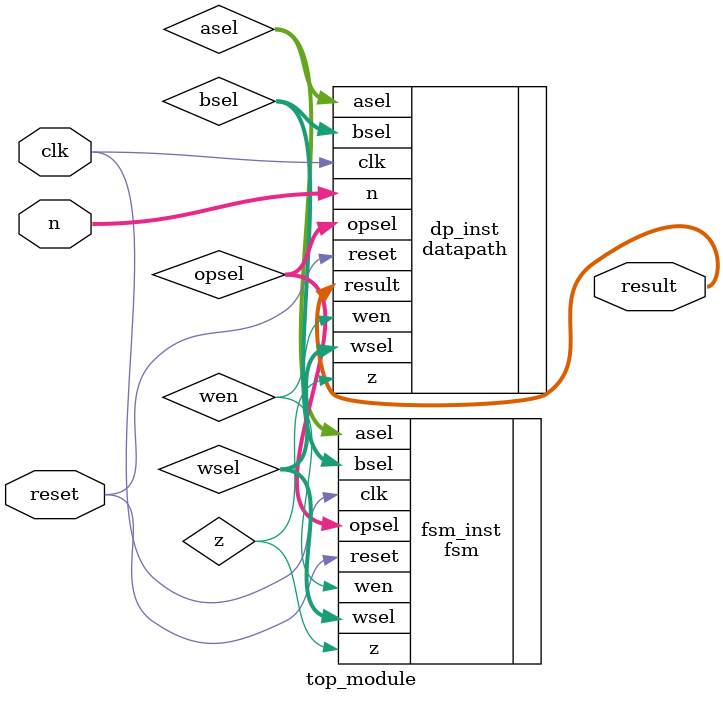
<source format=v>
`timescale 1ns / 1ps
module top_module(
    input clk,
    input [31:0] n,
    input reset,
    output[31:0] result
    );
wire[1:0] asel,bsel,wsel;
wire[2:0] opsel;
wire wen;
datapath dp_inst(
    .clk(clk),        //clk
    .n(n),            //index n
    .reset(reset),    //reset
    .z(z),            //z
    .asel(asel),      //asel
    .bsel(bsel),      //bsel  
    .opsel(opsel),    //opsel
    .wsel(wsel),      //wsel
    .wen(wen),        //wen
    .result(result)   //result
   );
fsm fsm_inst(
    .clk(clk),        //clk
    .reset(reset),    //reset
    .z(z),            //z
    .asel(asel),      //asel
    .bsel(bsel),      //bsel  
    .opsel(opsel),    //opsel
    .wsel(wsel),      //wsel
    .wen(wen)         //wen
   );
endmodule

</source>
